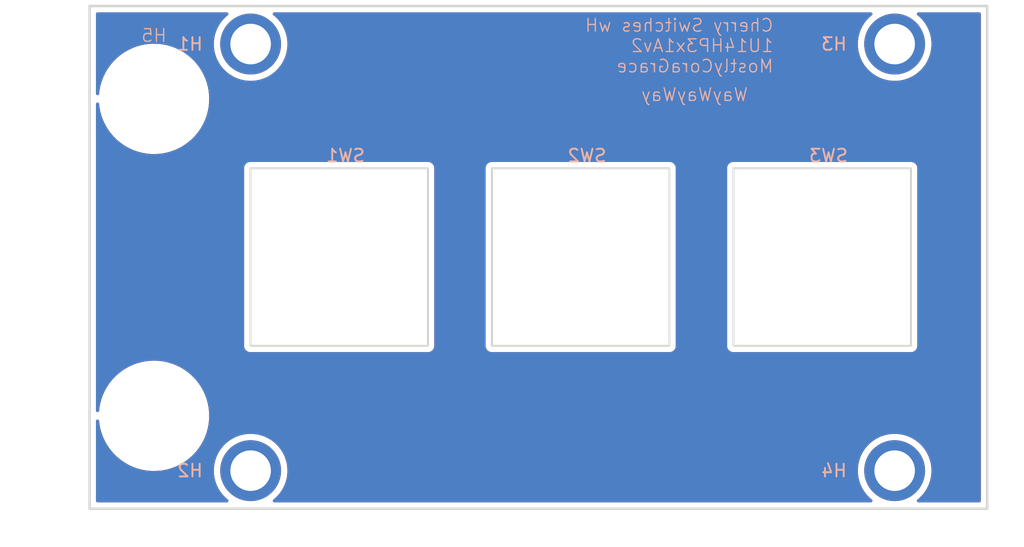
<source format=kicad_pcb>
(kicad_pcb (version 20241229) (generator "pcbnew") (generator_version "9.0")
  (layers (0 "F.Cu" signal) (2 "B.Cu" signal) (13 "F.Paste" user) (15 "B.Paste" user) (5 "F.SilkS" user "F.Silkscreen") (7 "B.SilkS" user "B.Silkscreen") (1 "F.Mask" user) (3 "B.Mask" user) (25 "Edge.Cuts" user))
  (net 0 "")
  (footprint "EXC:MountingHole_3.2mm_M3" (layer "F.Cu") (at 63.5 39.075)
    (property "Reference" "H4" (at -3.683 0 0) (layer "B.SilkS") (effects (justify left mirror)))
    (property "Value" "Eurorack_M3_MountingHole")
    (pad "" thru_hole circle (at 0 0) (size 4.8 4.8) (drill 3.2) (layers "*.Cu" "*.Mask"))
  )
  (footprint "EXC:MountingHole_3.2mm_M3" (layer "F.Cu") (at 12.7 39.075)
    (property "Reference" "H2" (at -3.683 0 0) (layer "B.SilkS") (effects (justify left mirror)))
    (property "Value" "Eurorack_M3_MountingHole")
    (pad "" thru_hole circle (at 0 0) (size 4.8 4.8) (drill 3.2) (layers "*.Cu" "*.Mask"))
  )
  (footprint "EXC:MountingHole_3.2mm_M3" (layer "F.Cu") (at 63.5 5.425)
    (property "Reference" "H3" (at -3.683 0 0) (layer "B.SilkS") (effects (justify left mirror)))
    (property "Value" "Eurorack_M3_MountingHole")
    (pad "" thru_hole circle (at 0 0) (size 4.8 4.8) (drill 3.2) (layers "*.Cu" "*.Mask"))
  )
  (footprint "EXC:SW_Cherry_MX_1.00u_Mount" (layer "F.Cu") (at 57.785 22.225)
    (property "Reference" "SW3" (at 0.5 -8 0) (layer "B.SilkS") (effects (justify mirror)))
    (property "Value" "SW_SPST_MOUNT")
    (fp_rect (start -7 -7) (end 7 7) (stroke (width 0.15)) (fill no) (layer "Edge.Cuts"))
  )
  (footprint "EXC:MountingHole_3.2mm_M3" (layer "F.Cu") (at 12.7 5.425)
    (property "Reference" "H1" (at -3.683 0 0) (layer "B.SilkS") (effects (justify left mirror)))
    (property "Value" "Eurorack_M3_MountingHole")
    (pad "" thru_hole circle (at 0 0) (size 4.8 4.8) (drill 3.2) (layers "*.Cu" "*.Mask"))
  )
  (footprint "EXC:Handle_1UM3P25_B" (layer "F.Cu") (at 5.08 9.75)
    (property "Reference" "H5" (at 0 -5 0) (layer "B.SilkS") (effects (font (thickness 0.1)) (justify mirror)))
    (property "Value" "Handle_1UM3P25_PanelMount_B")
    (pad "" np_thru_hole circle (at 0 0) (size 8.2 8.2) (drill 8.2) (layers "*.Cu" "*.Mask"))
    (pad "" np_thru_hole circle (at 0 25) (size 8.2 8.2) (drill 8.2) (layers "*.Cu" "*.Mask"))
  )
  (footprint "EXC:SW_Cherry_MX_1.00u_Mount" (layer "F.Cu") (at 19.685 22.225)
    (property "Reference" "SW1" (at 0.5 -8 0) (layer "B.SilkS") (effects (justify mirror)))
    (property "Value" "SW_SPST_MOUNT")
    (fp_rect (start -7 -7) (end 7 7) (stroke (width 0.15)) (fill no) (layer "Edge.Cuts"))
  )
  (footprint "EXC:SW_Cherry_MX_1.00u_Mount" (layer "F.Cu") (at 38.735 22.225)
    (property "Reference" "SW2" (at 0.5 -8 0) (layer "B.SilkS") (effects (justify mirror)))
    (property "Value" "SW_SPST_MOUNT")
    (fp_rect (start -7 -7) (end 7 7) (stroke (width 0.15)) (fill no) (layer "Edge.Cuts"))
  )
  (gr_rect (start 0 2.425) (end 70.8 42.075) (stroke (width 0.2)) (fill no) (layer "Edge.Cuts"))
  (gr_text "Cherry Switches wH\n1U14HP3x1Av2\nMostlyCoraGrace" (at 54 7.75 0) (layer "B.SilkS") (effects (font (size 1 1) (thickness 0.1)) (justify left bottom mirror)))
  (gr_text "WayWayWay" (at 52 10 0) (layer "B.SilkS") (effects (font (size 1 1) (thickness 0.1)) (justify left bottom mirror)))
  (zone (net 0) (net_name "") (layers "F.Cu" "B.Cu") (connect_pads (clearance 0.5)) (min_thickness 0.25) (fill yes (thermal_gap 0.5) (thermal_bridge_width 0.5) (island_removal_mode 1) (island_area_min 10))
    (polygon (pts (xy 0 2.5) (xy 70.75 2.5) (xy 70.75 42) (xy 0 42)))
  )
)
</source>
